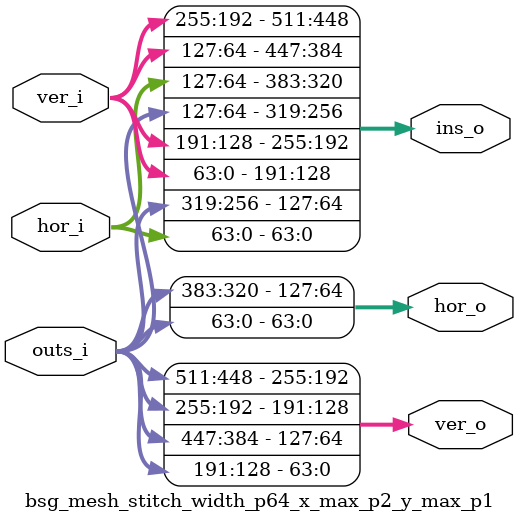
<source format=v>
module bsg_mesh_stitch_width_p64_x_max_p2_y_max_p1(	// /tmp/tmp.t7WyA548Xb/11238_OpenABC_leaf_level_verilog_gf12_bp_quad_bsg_mesh_stitch_width_p64_x_max_p2_y_max_p1.cleaned.mlir:2:3
  input  [511:0] outs_i,	// /tmp/tmp.t7WyA548Xb/11238_OpenABC_leaf_level_verilog_gf12_bp_quad_bsg_mesh_stitch_width_p64_x_max_p2_y_max_p1.cleaned.mlir:2:61
  input  [127:0] hor_i,	// /tmp/tmp.t7WyA548Xb/11238_OpenABC_leaf_level_verilog_gf12_bp_quad_bsg_mesh_stitch_width_p64_x_max_p2_y_max_p1.cleaned.mlir:2:80
  input  [255:0] ver_i,	// /tmp/tmp.t7WyA548Xb/11238_OpenABC_leaf_level_verilog_gf12_bp_quad_bsg_mesh_stitch_width_p64_x_max_p2_y_max_p1.cleaned.mlir:2:98
  output [511:0] ins_o,	// /tmp/tmp.t7WyA548Xb/11238_OpenABC_leaf_level_verilog_gf12_bp_quad_bsg_mesh_stitch_width_p64_x_max_p2_y_max_p1.cleaned.mlir:2:117
  output [127:0] hor_o,	// /tmp/tmp.t7WyA548Xb/11238_OpenABC_leaf_level_verilog_gf12_bp_quad_bsg_mesh_stitch_width_p64_x_max_p2_y_max_p1.cleaned.mlir:2:135
  output [255:0] ver_o	// /tmp/tmp.t7WyA548Xb/11238_OpenABC_leaf_level_verilog_gf12_bp_quad_bsg_mesh_stitch_width_p64_x_max_p2_y_max_p1.cleaned.mlir:2:153
);

  assign ins_o =
    {ver_i[255:192],
     ver_i[127:64],
     hor_i[127:64],
     outs_i[127:64],
     ver_i[191:128],
     ver_i[63:0],
     outs_i[319:256],
     hor_i[63:0]};	// /tmp/tmp.t7WyA548Xb/11238_OpenABC_leaf_level_verilog_gf12_bp_quad_bsg_mesh_stitch_width_p64_x_max_p2_y_max_p1.cleaned.mlir:3:10, :4:10, :5:10, :6:10, :7:10, :8:10, :9:10, :10:10, :11:10, :20:5
  assign hor_o = {outs_i[383:320], outs_i[63:0]};	// /tmp/tmp.t7WyA548Xb/11238_OpenABC_leaf_level_verilog_gf12_bp_quad_bsg_mesh_stitch_width_p64_x_max_p2_y_max_p1.cleaned.mlir:12:10, :13:11, :14:11, :20:5
  assign ver_o = {outs_i[511:448], outs_i[255:192], outs_i[447:384], outs_i[191:128]};	// /tmp/tmp.t7WyA548Xb/11238_OpenABC_leaf_level_verilog_gf12_bp_quad_bsg_mesh_stitch_width_p64_x_max_p2_y_max_p1.cleaned.mlir:15:11, :16:11, :17:11, :18:11, :19:11, :20:5
endmodule


</source>
